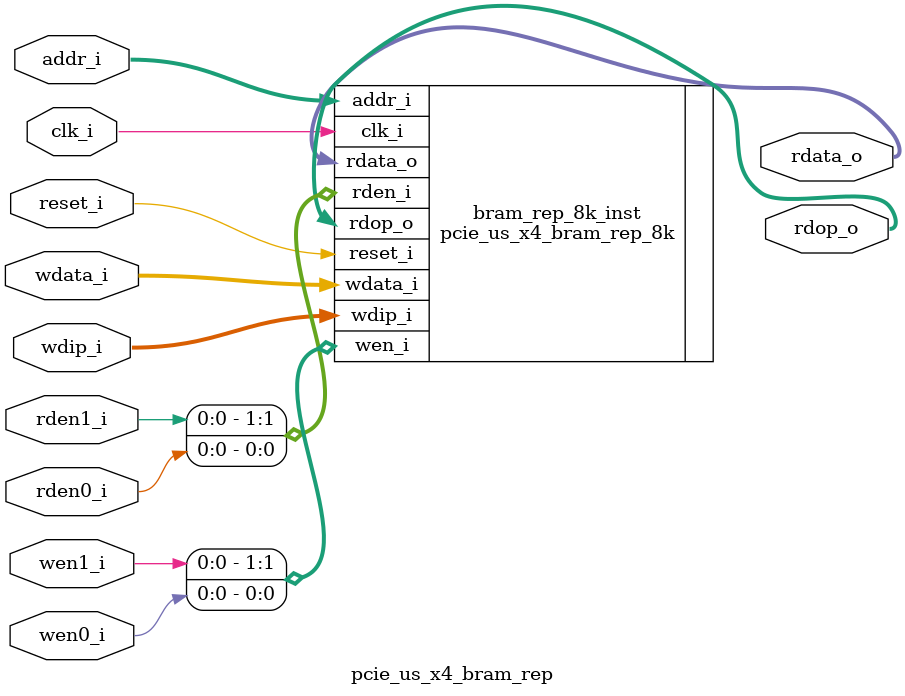
<source format=v>


`timescale 1ps/1ps

module pcie_us_x4_bram_rep 
 #(
  parameter TCQ = 100
  ) (
  input  wire         clk_i,
  input  wire         reset_i,
  input  wire   [8:0] addr_i,
  input  wire [127:0] wdata_i,
  input  wire  [15:0] wdip_i,
  input  wire         wen0_i,
  input  wire         wen1_i,
  input  wire         rden0_i,
  input  wire         rden1_i,
  output wire [127:0] rdata_o,
  output wire  [15:0] rdop_o
  );

  pcie_us_x4_bram_rep_8k 
 #(
    .TCQ (TCQ))
  bram_rep_8k_inst (
    .clk_i (clk_i),
    .reset_i (reset_i),
    .addr_i (addr_i[8:0]),
    .wdata_i (wdata_i[127:0]),
    .wdip_i (wdip_i[15:0]),
    .wen_i ({wen1_i, wen0_i}),
    .rden_i ({rden1_i,rden0_i}),
    .rdata_o (rdata_o[127:0]),
    .rdop_o (rdop_o[15:0])
  );

endmodule

</source>
